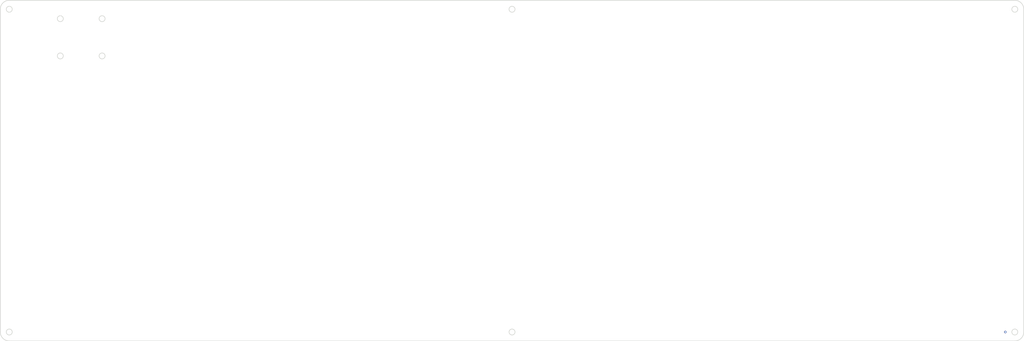
<source format=kicad_pcb>
(kicad_pcb (version 20171130) (host pcbnew "(5.1.5)-3")

  (general
    (thickness 1.6)
    (drawings 18)
    (tracks 1)
    (zones 0)
    (modules 0)
    (nets 1)
  )

  (page A4)
  (layers
    (0 F.Cu signal)
    (31 B.Cu signal)
    (32 B.Adhes user)
    (33 F.Adhes user)
    (34 B.Paste user)
    (35 F.Paste user)
    (36 B.SilkS user)
    (37 F.SilkS user)
    (38 B.Mask user)
    (39 F.Mask user)
    (40 Dwgs.User user)
    (41 Cmts.User user)
    (42 Eco1.User user)
    (43 Eco2.User user)
    (44 Edge.Cuts user)
    (45 Margin user)
    (46 B.CrtYd user)
    (47 F.CrtYd user)
    (48 B.Fab user)
    (49 F.Fab user)
  )

  (setup
    (last_trace_width 0.25)
    (trace_clearance 0.2)
    (zone_clearance 0.508)
    (zone_45_only no)
    (trace_min 0.2)
    (via_size 0.8)
    (via_drill 0.4)
    (via_min_size 0.4)
    (via_min_drill 0.3)
    (uvia_size 0.3)
    (uvia_drill 0.1)
    (uvias_allowed no)
    (uvia_min_size 0.2)
    (uvia_min_drill 0.1)
    (edge_width 0.05)
    (segment_width 0.2)
    (pcb_text_width 0.3)
    (pcb_text_size 1.5 1.5)
    (mod_edge_width 0.12)
    (mod_text_size 1 1)
    (mod_text_width 0.15)
    (pad_size 1.524 1.524)
    (pad_drill 0.762)
    (pad_to_mask_clearance 0.051)
    (solder_mask_min_width 0.25)
    (aux_axis_origin 0 0)
    (visible_elements FFFFEF7F)
    (pcbplotparams
      (layerselection 0x010fc_ffffffff)
      (usegerberextensions false)
      (usegerberattributes false)
      (usegerberadvancedattributes false)
      (creategerberjobfile false)
      (excludeedgelayer true)
      (linewidth 0.100000)
      (plotframeref false)
      (viasonmask false)
      (mode 1)
      (useauxorigin false)
      (hpglpennumber 1)
      (hpglpenspeed 20)
      (hpglpendiameter 15.000000)
      (psnegative false)
      (psa4output false)
      (plotreference true)
      (plotvalue true)
      (plotinvisibletext false)
      (padsonsilk false)
      (subtractmaskfromsilk false)
      (outputformat 1)
      (mirror false)
      (drillshape 0)
      (scaleselection 1)
      (outputdirectory ""))
  )

  (net 0 "")

  (net_class Default "This is the default net class."
    (clearance 0.2)
    (trace_width 0.25)
    (via_dia 0.8)
    (via_drill 0.4)
    (uvia_dia 0.3)
    (uvia_drill 0.1)
  )

  (gr_line (start 313.53125 176.0375) (end -23.36875 176.0375) (layer Edge.Cuts) (width 0.2))
  (gr_circle (center 145.08125 64.7375) (end 144.08125 64.7375) (layer Edge.Cuts) (width 0.2))
  (gr_circle (center -23.36875 64.7375) (end -24.36875 64.7375) (layer Edge.Cuts) (width 0.2))
  (gr_line (start 316.53125 64.7375) (end 316.53125 173.0375) (layer Edge.Cuts) (width 0.2))
  (gr_circle (center 145.08125 173.0375) (end 144.08125 173.0375) (layer Edge.Cuts) (width 0.2))
  (gr_circle (center -23.36875 173.0375) (end -24.36875 173.0375) (layer Edge.Cuts) (width 0.2))
  (gr_arc (start -23.36875 173.0375) (end -26.36875 173.0375) (angle -90) (layer Edge.Cuts) (width 0.2))
  (gr_circle (center 313.53125 64.7375) (end 312.53125 64.7375) (layer Edge.Cuts) (width 0.2))
  (gr_circle (center -6.26345 67.907826) (end -7.26345 67.907826) (layer Edge.Cuts) (width 0.2))
  (gr_circle (center -6.26345 80.407826) (end -7.26345 80.407826) (layer Edge.Cuts) (width 0.2))
  (gr_circle (center 7.73655 80.407826) (end 6.73655 80.407826) (layer Edge.Cuts) (width 0.2))
  (gr_arc (start 313.53125 64.7375) (end 316.53125 64.7375) (angle -90) (layer Edge.Cuts) (width 0.2))
  (gr_circle (center 7.73655 67.907826) (end 6.73655 67.907826) (layer Edge.Cuts) (width 0.2))
  (gr_arc (start 313.53125 173.0375) (end 313.53125 176.0375) (angle -90) (layer Edge.Cuts) (width 0.2))
  (gr_line (start -26.36875 173.0375) (end -26.36875 64.7375) (layer Edge.Cuts) (width 0.2))
  (gr_arc (start -23.36875 64.7375) (end -23.36875 61.7375) (angle -90) (layer Edge.Cuts) (width 0.2))
  (gr_line (start -23.36875 61.7375) (end 313.53125 61.7375) (layer Edge.Cuts) (width 0.2))
  (gr_circle (center 313.53125 173.0375) (end 312.53125 173.0375) (layer Edge.Cuts) (width 0.2))

  (via (at 310.35625 173.0375) (size 0.8) (drill 0.4) (layers F.Cu B.Cu) (net 0))

)

</source>
